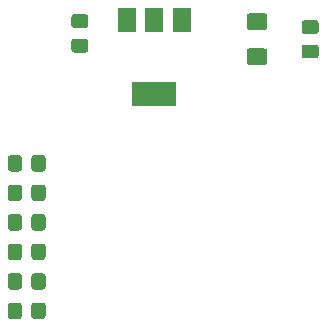
<source format=gbr>
%TF.GenerationSoftware,KiCad,Pcbnew,(5.1.10)-1*%
%TF.CreationDate,2021-11-26T12:13:43-05:00*%
%TF.ProjectId,RELAY_DRVR,52454c41-595f-4445-9256-522e6b696361,rev?*%
%TF.SameCoordinates,Original*%
%TF.FileFunction,Paste,Top*%
%TF.FilePolarity,Positive*%
%FSLAX46Y46*%
G04 Gerber Fmt 4.6, Leading zero omitted, Abs format (unit mm)*
G04 Created by KiCad (PCBNEW (5.1.10)-1) date 2021-11-26 12:13:43*
%MOMM*%
%LPD*%
G01*
G04 APERTURE LIST*
%ADD10R,3.800000X2.000000*%
%ADD11R,1.500000X2.000000*%
G04 APERTURE END LIST*
%TO.C,C1*%
G36*
G01*
X45025000Y-14450000D02*
X45975000Y-14450000D01*
G75*
G02*
X46225000Y-14700000I0J-250000D01*
G01*
X46225000Y-15375000D01*
G75*
G02*
X45975000Y-15625000I-250000J0D01*
G01*
X45025000Y-15625000D01*
G75*
G02*
X44775000Y-15375000I0J250000D01*
G01*
X44775000Y-14700000D01*
G75*
G02*
X45025000Y-14450000I250000J0D01*
G01*
G37*
G36*
G01*
X45025000Y-12375000D02*
X45975000Y-12375000D01*
G75*
G02*
X46225000Y-12625000I0J-250000D01*
G01*
X46225000Y-13300000D01*
G75*
G02*
X45975000Y-13550000I-250000J0D01*
G01*
X45025000Y-13550000D01*
G75*
G02*
X44775000Y-13300000I0J250000D01*
G01*
X44775000Y-12625000D01*
G75*
G02*
X45025000Y-12375000I250000J0D01*
G01*
G37*
%TD*%
%TO.C,C2*%
G36*
G01*
X59875000Y-12300000D02*
X61125000Y-12300000D01*
G75*
G02*
X61375000Y-12550000I0J-250000D01*
G01*
X61375000Y-13475000D01*
G75*
G02*
X61125000Y-13725000I-250000J0D01*
G01*
X59875000Y-13725000D01*
G75*
G02*
X59625000Y-13475000I0J250000D01*
G01*
X59625000Y-12550000D01*
G75*
G02*
X59875000Y-12300000I250000J0D01*
G01*
G37*
G36*
G01*
X59875000Y-15275000D02*
X61125000Y-15275000D01*
G75*
G02*
X61375000Y-15525000I0J-250000D01*
G01*
X61375000Y-16450000D01*
G75*
G02*
X61125000Y-16700000I-250000J0D01*
G01*
X59875000Y-16700000D01*
G75*
G02*
X59625000Y-16450000I0J250000D01*
G01*
X59625000Y-15525000D01*
G75*
G02*
X59875000Y-15275000I250000J0D01*
G01*
G37*
%TD*%
%TO.C,C3*%
G36*
G01*
X64525000Y-12875000D02*
X65475000Y-12875000D01*
G75*
G02*
X65725000Y-13125000I0J-250000D01*
G01*
X65725000Y-13800000D01*
G75*
G02*
X65475000Y-14050000I-250000J0D01*
G01*
X64525000Y-14050000D01*
G75*
G02*
X64275000Y-13800000I0J250000D01*
G01*
X64275000Y-13125000D01*
G75*
G02*
X64525000Y-12875000I250000J0D01*
G01*
G37*
G36*
G01*
X64525000Y-14950000D02*
X65475000Y-14950000D01*
G75*
G02*
X65725000Y-15200000I0J-250000D01*
G01*
X65725000Y-15875000D01*
G75*
G02*
X65475000Y-16125000I-250000J0D01*
G01*
X64525000Y-16125000D01*
G75*
G02*
X64275000Y-15875000I0J250000D01*
G01*
X64275000Y-15200000D01*
G75*
G02*
X64525000Y-14950000I250000J0D01*
G01*
G37*
%TD*%
%TO.C,R1*%
G36*
G01*
X40600000Y-37049999D02*
X40600000Y-37950001D01*
G75*
G02*
X40350001Y-38200000I-249999J0D01*
G01*
X39649999Y-38200000D01*
G75*
G02*
X39400000Y-37950001I0J249999D01*
G01*
X39400000Y-37049999D01*
G75*
G02*
X39649999Y-36800000I249999J0D01*
G01*
X40350001Y-36800000D01*
G75*
G02*
X40600000Y-37049999I0J-249999D01*
G01*
G37*
G36*
G01*
X42600000Y-37049999D02*
X42600000Y-37950001D01*
G75*
G02*
X42350001Y-38200000I-249999J0D01*
G01*
X41649999Y-38200000D01*
G75*
G02*
X41400000Y-37950001I0J249999D01*
G01*
X41400000Y-37049999D01*
G75*
G02*
X41649999Y-36800000I249999J0D01*
G01*
X42350001Y-36800000D01*
G75*
G02*
X42600000Y-37049999I0J-249999D01*
G01*
G37*
%TD*%
%TO.C,R2*%
G36*
G01*
X42600000Y-34549999D02*
X42600000Y-35450001D01*
G75*
G02*
X42350001Y-35700000I-249999J0D01*
G01*
X41649999Y-35700000D01*
G75*
G02*
X41400000Y-35450001I0J249999D01*
G01*
X41400000Y-34549999D01*
G75*
G02*
X41649999Y-34300000I249999J0D01*
G01*
X42350001Y-34300000D01*
G75*
G02*
X42600000Y-34549999I0J-249999D01*
G01*
G37*
G36*
G01*
X40600000Y-34549999D02*
X40600000Y-35450001D01*
G75*
G02*
X40350001Y-35700000I-249999J0D01*
G01*
X39649999Y-35700000D01*
G75*
G02*
X39400000Y-35450001I0J249999D01*
G01*
X39400000Y-34549999D01*
G75*
G02*
X39649999Y-34300000I249999J0D01*
G01*
X40350001Y-34300000D01*
G75*
G02*
X40600000Y-34549999I0J-249999D01*
G01*
G37*
%TD*%
%TO.C,R3*%
G36*
G01*
X40600000Y-32049999D02*
X40600000Y-32950001D01*
G75*
G02*
X40350001Y-33200000I-249999J0D01*
G01*
X39649999Y-33200000D01*
G75*
G02*
X39400000Y-32950001I0J249999D01*
G01*
X39400000Y-32049999D01*
G75*
G02*
X39649999Y-31800000I249999J0D01*
G01*
X40350001Y-31800000D01*
G75*
G02*
X40600000Y-32049999I0J-249999D01*
G01*
G37*
G36*
G01*
X42600000Y-32049999D02*
X42600000Y-32950001D01*
G75*
G02*
X42350001Y-33200000I-249999J0D01*
G01*
X41649999Y-33200000D01*
G75*
G02*
X41400000Y-32950001I0J249999D01*
G01*
X41400000Y-32049999D01*
G75*
G02*
X41649999Y-31800000I249999J0D01*
G01*
X42350001Y-31800000D01*
G75*
G02*
X42600000Y-32049999I0J-249999D01*
G01*
G37*
%TD*%
%TO.C,R4*%
G36*
G01*
X42600000Y-29549999D02*
X42600000Y-30450001D01*
G75*
G02*
X42350001Y-30700000I-249999J0D01*
G01*
X41649999Y-30700000D01*
G75*
G02*
X41400000Y-30450001I0J249999D01*
G01*
X41400000Y-29549999D01*
G75*
G02*
X41649999Y-29300000I249999J0D01*
G01*
X42350001Y-29300000D01*
G75*
G02*
X42600000Y-29549999I0J-249999D01*
G01*
G37*
G36*
G01*
X40600000Y-29549999D02*
X40600000Y-30450001D01*
G75*
G02*
X40350001Y-30700000I-249999J0D01*
G01*
X39649999Y-30700000D01*
G75*
G02*
X39400000Y-30450001I0J249999D01*
G01*
X39400000Y-29549999D01*
G75*
G02*
X39649999Y-29300000I249999J0D01*
G01*
X40350001Y-29300000D01*
G75*
G02*
X40600000Y-29549999I0J-249999D01*
G01*
G37*
%TD*%
%TO.C,R5*%
G36*
G01*
X40600000Y-27049999D02*
X40600000Y-27950001D01*
G75*
G02*
X40350001Y-28200000I-249999J0D01*
G01*
X39649999Y-28200000D01*
G75*
G02*
X39400000Y-27950001I0J249999D01*
G01*
X39400000Y-27049999D01*
G75*
G02*
X39649999Y-26800000I249999J0D01*
G01*
X40350001Y-26800000D01*
G75*
G02*
X40600000Y-27049999I0J-249999D01*
G01*
G37*
G36*
G01*
X42600000Y-27049999D02*
X42600000Y-27950001D01*
G75*
G02*
X42350001Y-28200000I-249999J0D01*
G01*
X41649999Y-28200000D01*
G75*
G02*
X41400000Y-27950001I0J249999D01*
G01*
X41400000Y-27049999D01*
G75*
G02*
X41649999Y-26800000I249999J0D01*
G01*
X42350001Y-26800000D01*
G75*
G02*
X42600000Y-27049999I0J-249999D01*
G01*
G37*
%TD*%
%TO.C,R6*%
G36*
G01*
X42600000Y-24549999D02*
X42600000Y-25450001D01*
G75*
G02*
X42350001Y-25700000I-249999J0D01*
G01*
X41649999Y-25700000D01*
G75*
G02*
X41400000Y-25450001I0J249999D01*
G01*
X41400000Y-24549999D01*
G75*
G02*
X41649999Y-24300000I249999J0D01*
G01*
X42350001Y-24300000D01*
G75*
G02*
X42600000Y-24549999I0J-249999D01*
G01*
G37*
G36*
G01*
X40600000Y-24549999D02*
X40600000Y-25450001D01*
G75*
G02*
X40350001Y-25700000I-249999J0D01*
G01*
X39649999Y-25700000D01*
G75*
G02*
X39400000Y-25450001I0J249999D01*
G01*
X39400000Y-24549999D01*
G75*
G02*
X39649999Y-24300000I249999J0D01*
G01*
X40350001Y-24300000D01*
G75*
G02*
X40600000Y-24549999I0J-249999D01*
G01*
G37*
%TD*%
D10*
%TO.C,U1*%
X51816000Y-19152000D03*
D11*
X51816000Y-12852000D03*
X49516000Y-12852000D03*
X54116000Y-12852000D03*
%TD*%
M02*

</source>
